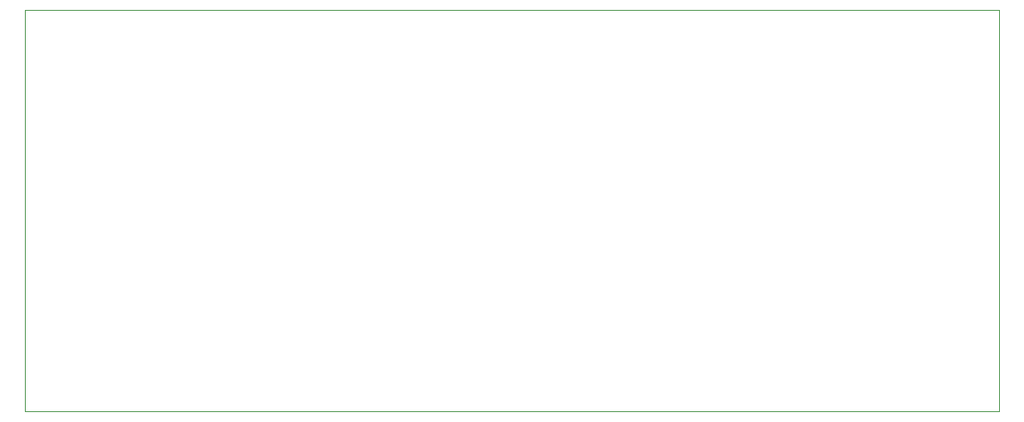
<source format=gbr>
%TF.GenerationSoftware,KiCad,Pcbnew,(6.0.4)*%
%TF.CreationDate,2022-10-13T17:41:34-04:00*%
%TF.ProjectId,ece49022_team44_pcb,65636534-3930-4323-925f-7465616d3434,rev?*%
%TF.SameCoordinates,Original*%
%TF.FileFunction,Profile,NP*%
%FSLAX46Y46*%
G04 Gerber Fmt 4.6, Leading zero omitted, Abs format (unit mm)*
G04 Created by KiCad (PCBNEW (6.0.4)) date 2022-10-13 17:41:34*
%MOMM*%
%LPD*%
G01*
G04 APERTURE LIST*
%TA.AperFunction,Profile*%
%ADD10C,0.100000*%
%TD*%
G04 APERTURE END LIST*
D10*
X14180000Y-56015000D02*
X113480000Y-56015000D01*
X113480000Y-56015000D02*
X113480000Y-15025000D01*
X113480000Y-15025000D02*
X14180000Y-15025000D01*
X14180000Y-15025000D02*
X14180000Y-56015000D01*
M02*

</source>
